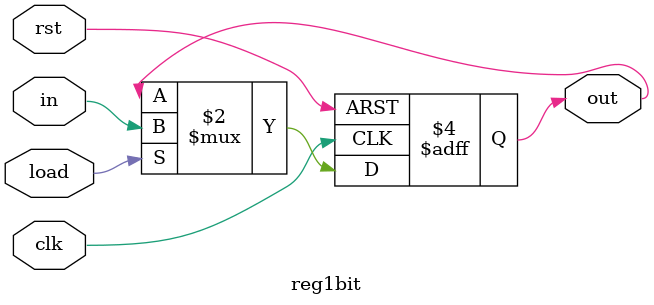
<source format=v>
module reg1bit (
    input clk,
    input rst,
    input load,
    input in,
    output reg out
);

    always @(posedge clk or posedge rst) begin
        if (rst)
            out <= 1'b0;
        else if (load)
            out <= in;
    end


endmodule

</source>
